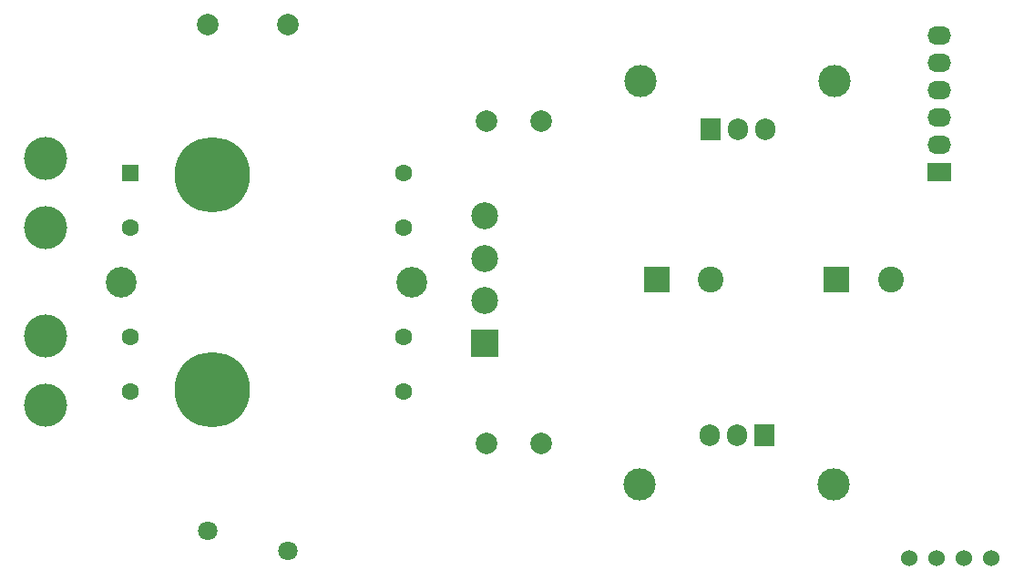
<source format=gbs>
G04 #@! TF.GenerationSoftware,KiCad,Pcbnew,(5.1.10)-1*
G04 #@! TF.CreationDate,2021-11-25T14:07:26+01:00*
G04 #@! TF.ProjectId,PSU,5053552e-6b69-4636-9164-5f7063625858,rev?*
G04 #@! TF.SameCoordinates,Original*
G04 #@! TF.FileFunction,Soldermask,Bot*
G04 #@! TF.FilePolarity,Negative*
%FSLAX46Y46*%
G04 Gerber Fmt 4.6, Leading zero omitted, Abs format (unit mm)*
G04 Created by KiCad (PCBNEW (5.1.10)-1) date 2021-11-25 14:07:26*
%MOMM*%
%LPD*%
G01*
G04 APERTURE LIST*
%ADD10C,2.400000*%
%ADD11R,2.400000X2.400000*%
%ADD12C,4.000000*%
%ADD13C,2.844800*%
%ADD14C,1.600200*%
%ADD15R,1.600200X1.600200*%
%ADD16C,1.524000*%
%ADD17C,3.000000*%
%ADD18O,1.905000X2.000000*%
%ADD19R,1.905000X2.000000*%
%ADD20C,1.800000*%
%ADD21O,2.200000X1.700000*%
%ADD22R,2.200000X1.700000*%
%ADD23C,7.000000*%
%ADD24C,2.000000*%
%ADD25C,2.500000*%
%ADD26R,2.500000X2.500000*%
G04 APERTURE END LIST*
D10*
X187250000Y-117750000D03*
D11*
X182250000Y-117750000D03*
D10*
X204000000Y-117750000D03*
D11*
X199000000Y-117750000D03*
D12*
X125500000Y-129380000D03*
X125500000Y-123000000D03*
X125500000Y-112880000D03*
X125500000Y-106500000D03*
D13*
X159487400Y-118000000D03*
X132512600Y-118000000D03*
D14*
X158700000Y-128160000D03*
X158700000Y-123080000D03*
X158700000Y-112920000D03*
X158700000Y-107840000D03*
X133300000Y-128160000D03*
X133300000Y-123080000D03*
X133300000Y-112920000D03*
D15*
X133300000Y-107840000D03*
D16*
X213355600Y-143628600D03*
X210815600Y-143628600D03*
X208275600Y-143628600D03*
X205735600Y-143628600D03*
D17*
X198790000Y-99250000D03*
X180790000Y-99250000D03*
D18*
X192330000Y-103750000D03*
X189790000Y-103750000D03*
D19*
X187250000Y-103750000D03*
D17*
X180710000Y-136750000D03*
X198710000Y-136750000D03*
D18*
X187170000Y-132250000D03*
X189710000Y-132250000D03*
D19*
X192250000Y-132250000D03*
D20*
X140500000Y-141100000D03*
X148000000Y-143000000D03*
D21*
X208500000Y-95050000D03*
X208500000Y-97590000D03*
X208500000Y-100130000D03*
X208500000Y-102670000D03*
X208500000Y-105210000D03*
D22*
X208500000Y-107750000D03*
D23*
X141000000Y-108000000D03*
X141000000Y-128000000D03*
D24*
X171500000Y-103000000D03*
X166420000Y-103000000D03*
X166420000Y-133000000D03*
X171500000Y-133000000D03*
D25*
X166250000Y-111790000D03*
X166250000Y-115750000D03*
X166250000Y-119710000D03*
D26*
X166250000Y-123670000D03*
D24*
X148005000Y-94000000D03*
X140505000Y-94000000D03*
M02*

</source>
